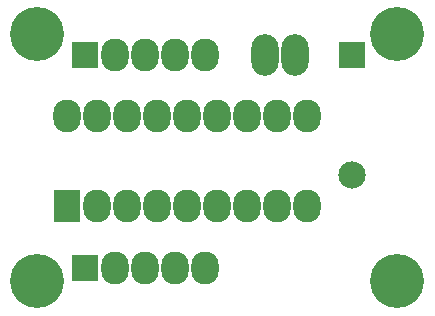
<source format=gbs>
G04 (created by PCBNEW-RS274X (2011-07-08 BZR 3044)-stable) date 2012-09-13 22:13:04*
G01*
G70*
G90*
%MOIN*%
G04 Gerber Fmt 3.4, Leading zero omitted, Abs format*
%FSLAX34Y34*%
G04 APERTURE LIST*
%ADD10C,0.006000*%
%ADD11C,0.180000*%
%ADD12O,0.090900X0.138700*%
%ADD13R,0.090900X0.090900*%
%ADD14O,0.090900X0.110000*%
%ADD15C,0.090900*%
%ADD16R,0.090000X0.090000*%
%ADD17R,0.090900X0.110000*%
G04 APERTURE END LIST*
G54D10*
G54D11*
X15750Y-26000D03*
X27750Y-26000D03*
X27750Y-34250D03*
X15750Y-34250D03*
G54D12*
X23350Y-26700D03*
X24350Y-26700D03*
G54D13*
X17350Y-33800D03*
G54D14*
X18350Y-33800D03*
X19350Y-33800D03*
X20350Y-33800D03*
X21350Y-33800D03*
G54D13*
X17350Y-26700D03*
G54D14*
X18350Y-26700D03*
X19350Y-26700D03*
X20350Y-26700D03*
X21350Y-26700D03*
G54D15*
X26250Y-30700D03*
G54D16*
X26250Y-26700D03*
G54D17*
X16750Y-31750D03*
G54D14*
X17750Y-31750D03*
X18750Y-31750D03*
X19750Y-31750D03*
X20750Y-31750D03*
X21750Y-31750D03*
X22750Y-31750D03*
X23750Y-31750D03*
X24750Y-31750D03*
X24750Y-28750D03*
X23750Y-28750D03*
X22750Y-28750D03*
X21750Y-28750D03*
X20750Y-28750D03*
X19750Y-28750D03*
X18750Y-28750D03*
X17750Y-28750D03*
X16750Y-28750D03*
M02*

</source>
